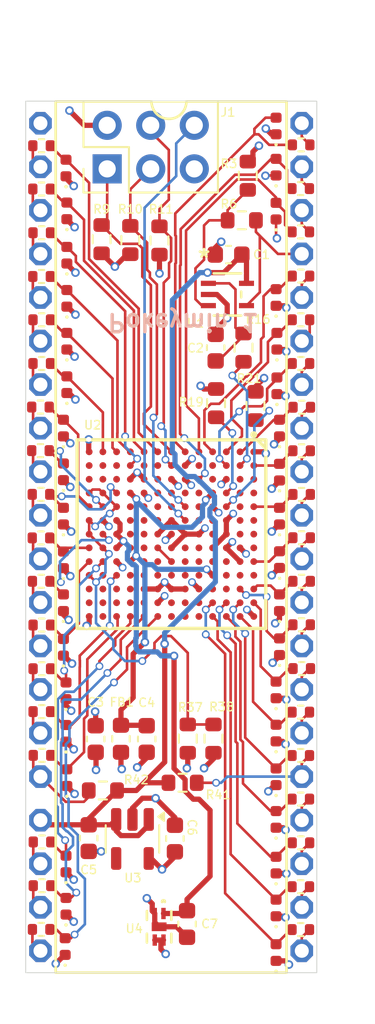
<source format=kicad_pcb>
(kicad_pcb
	(version 20241229)
	(generator "pcbnew")
	(generator_version "9.0")
	(general
		(thickness 1.6)
		(legacy_teardrops no)
	)
	(paper "A4")
	(layers
		(0 "F.Cu" signal)
		(4 "In1.Cu" signal)
		(6 "In2.Cu" signal)
		(2 "B.Cu" signal)
		(13 "F.Paste" user)
		(15 "B.Paste" user)
		(5 "F.SilkS" user "F.Silkscreen")
		(7 "B.SilkS" user "B.Silkscreen")
		(1 "F.Mask" user)
		(3 "B.Mask" user)
		(25 "Edge.Cuts" user)
		(27 "Margin" user)
		(31 "F.CrtYd" user "F.Courtyard")
		(29 "B.CrtYd" user "B.Courtyard")
		(35 "F.Fab" user)
		(33 "B.Fab" user)
	)
	(setup
		(stackup
			(layer "F.SilkS"
				(type "Top Silk Screen")
			)
			(layer "F.Paste"
				(type "Top Solder Paste")
			)
			(layer "F.Mask"
				(type "Top Solder Mask")
				(thickness 0.01)
			)
			(layer "F.Cu"
				(type "copper")
				(thickness 0.035)
			)
			(layer "dielectric 1"
				(type "prepreg")
				(thickness 0.1)
				(material "FR4")
				(epsilon_r 4.5)
				(loss_tangent 0.02)
			)
			(layer "In1.Cu"
				(type "copper")
				(thickness 0.035)
			)
			(layer "dielectric 2"
				(type "core")
				(thickness 1.24)
				(material "FR4")
				(epsilon_r 4.5)
				(loss_tangent 0.02)
			)
			(layer "In2.Cu"
				(type "copper")
				(thickness 0.035)
			)
			(layer "dielectric 3"
				(type "prepreg")
				(thickness 0.1)
				(material "FR4")
				(epsilon_r 4.5)
				(loss_tangent 0.02)
			)
			(layer "B.Cu"
				(type "copper")
				(thickness 0.035)
			)
			(layer "B.Mask"
				(type "Bottom Solder Mask")
				(thickness 0.01)
			)
			(layer "B.Paste"
				(type "Bottom Solder Paste")
			)
			(layer "B.SilkS"
				(type "Bottom Silk Screen")
			)
			(copper_finish "None")
			(dielectric_constraints no)
		)
		(pad_to_mask_clearance 0)
		(allow_soldermask_bridges_in_footprints no)
		(tenting front back)
		(pcbplotparams
			(layerselection 0x00000000_00000000_55555555_5755f5ff)
			(plot_on_all_layers_selection 0x00000000_00000000_00000000_00000000)
			(disableapertmacros no)
			(usegerberextensions no)
			(usegerberattributes yes)
			(usegerberadvancedattributes yes)
			(creategerberjobfile yes)
			(dashed_line_dash_ratio 12.000000)
			(dashed_line_gap_ratio 3.000000)
			(svgprecision 4)
			(plotframeref no)
			(mode 1)
			(useauxorigin no)
			(hpglpennumber 1)
			(hpglpenspeed 20)
			(hpglpendiameter 15.000000)
			(pdf_front_fp_property_popups yes)
			(pdf_back_fp_property_popups yes)
			(pdf_metadata yes)
			(pdf_single_document no)
			(dxfpolygonmode yes)
			(dxfimperialunits yes)
			(dxfusepcbnewfont yes)
			(psnegative no)
			(psa4output no)
			(plot_black_and_white yes)
			(sketchpadsonfab no)
			(plotpadnumbers no)
			(hidednponfab no)
			(sketchdnponfab yes)
			(crossoutdnponfab yes)
			(subtractmaskfromsilk yes)
			(outputformat 1)
			(mirror no)
			(drillshape 0)
			(scaleselection 1)
			(outputdirectory "")
		)
	)
	(net 0 "")
	(net 1 "Net-(U1-IN+)")
	(net 2 "Net-(U1-IN-)")
	(net 3 "Net-(U2-NSTATUS)")
	(net 4 "GND")
	(net 5 "/FPGA/TDI")
	(net 6 "+3.3V")
	(net 7 "/FPGA/TCK")
	(net 8 "/FPGA/TMS")
	(net 9 "Net-(J1-Pin_6)")
	(net 10 "/Audio output/AUD_INT_OUT")
	(net 11 "Net-(U2-CONF_DONE)")
	(net 12 "unconnected-(U2-BB$7-PadK5)")
	(net 13 "unconnected-(U2-T$12-PadA7)")
	(net 14 "unconnected-(U2-IO_UNUSED-PadE1)")
	(net 15 "+5V")
	(net 16 "+2V5")
	(net 17 "+3.3VA")
	(net 18 "unconnected-(U2-T$13-PadB7)")
	(net 19 "unconnected-(U2-B$23-PadM13)")
	(net 20 "/Audio output/AUDINT")
	(net 21 "/FPGA/PTHRES")
	(net 22 "unconnected-(U2-TB$4-PadC9)")
	(net 23 "unconnected-(U2-IO_UNUSED-PadE1)_1")
	(net 24 "unconnected-(U2-NC-PadD3)")
	(net 25 "unconnected-(U2-CLK1-PadH4)")
	(net 26 "unconnected-(U2-B$5-PadN3)")
	(net 27 "unconnected-(U2-BB$14-PadK11)")
	(net 28 "unconnected-(U2-BB$16-PadK12)")
	(net 29 "unconnected-(U2-B$3-PadN2)")
	(net 30 "unconnected-(U2-T$16-PadA10)")
	(net 31 "unconnected-(U2-IO_UNUSED-PadE1)_2")
	(net 32 "unconnected-(U2-BB$10-PadK7)")
	(net 33 "/FPGA/NC1")
	(net 34 "unconnected-(U2-NC-PadE2)")
	(net 35 "unconnected-(U2-TB$6-PadC10)")
	(net 36 "unconnected-(U2-TB$8-PadD11)")
	(net 37 "unconnected-(U2-IO_UNUSED-PadE1)_3")
	(net 38 "unconnected-(U2-IO_UNUSED-PadE1)_4")
	(net 39 "unconnected-(U2-T$5-PadB3)")
	(net 40 "unconnected-(U2-IO_UNUSED-PadE1)_5")
	(net 41 "unconnected-(U2-IO_UNUSED-PadE1)_6")
	(net 42 "unconnected-(U2-T$9-PadB5)")
	(net 43 "unconnected-(U2-CLK0-PadH6)")
	(net 44 "unconnected-(U2-BB$21-PadJ6)")
	(net 45 "unconnected-(U2-IO_UNUSED-PadE1)_7")
	(net 46 "unconnected-(U2-B$21-PadM12)")
	(net 47 "unconnected-(U2-BB$22-PadJ7)")
	(net 48 "unconnected-(U2-B$22-PadN12)")
	(net 49 "unconnected-(U2-JTAG_EN-PadE5)")
	(net 50 "unconnected-(U2-CLK4-PadF13)")
	(net 51 "unconnected-(U2-IO_UNUSED-PadE1)_8")
	(net 52 "unconnected-(U2-T$6-PadA4)")
	(net 53 "unconnected-(U2-IO_UNUSED-PadE1)_9")
	(net 54 "unconnected-(U2-BB$20-PadJ5)")
	(net 55 "unconnected-(U2-CRC_ERROR-PadD6)")
	(net 56 "unconnected-(U2-BB$12-PadK10)")
	(net 57 "unconnected-(U2-NC-PadD2)")
	(net 58 "/Level shifter/POKEY5.P2")
	(net 59 "/Level shifter/POKEY5.P3")
	(net 60 "/Level shifter/POKEY5.P4")
	(net 61 "/Level shifter/POKEY5.P5")
	(net 62 "/Level shifter/POKEY5.P6")
	(net 63 "/Level shifter/POKEY5.P7")
	(net 64 "/Level shifter/POKEY5.P29")
	(net 65 "/Level shifter/POKEY5.P30")
	(net 66 "/Level shifter/POKEY5.P31")
	(net 67 "/Level shifter/POKEY5.P38")
	(net 68 "/Level shifter/POKEY5.P28")
	(net 69 "/Level shifter/POKEY5.P39")
	(net 70 "/Level shifter/POKEY5.P40")
	(net 71 "/Level shifter/POKEY5.P36")
	(net 72 "/Level shifter/POKEY5.P32")
	(net 73 "/Level shifter/POKEY5.P33")
	(net 74 "/Level shifter/POKEY5.P34")
	(net 75 "/Level shifter/POKEY5.P35")
	(net 76 "/Level shifter/POKEY5.P18")
	(net 77 "/Level shifter/POKEY5.P25")
	(net 78 "/Level shifter/POKEY5.P20")
	(net 79 "/Level shifter/POKEY5.P26")
	(net 80 "/Level shifter/POKEY5.P27")
	(net 81 "/Level shifter/POKEY5.P24")
	(net 82 "/Level shifter/POKEY5.P16")
	(net 83 "/Level shifter/POKEY5.P23")
	(net 84 "/Level shifter/POKEY5.P19")
	(net 85 "/Level shifter/POKEY5.P8")
	(net 86 "/Level shifter/POKEY5.P9")
	(net 87 "/Level shifter/POKEY5.P10")
	(net 88 "/Level shifter/POKEY5.P11")
	(net 89 "/Level shifter/POKEY5.P13")
	(net 90 "/Level shifter/POKEY5.P14")
	(net 91 "/Level shifter/POKEY5.P15")
	(net 92 "/Level shifter/POKEY5.P12")
	(net 93 "/Level shifter/POKEY5.P22")
	(net 94 "/Level shifter/POKEY5.P21")
	(net 95 "/FPGA/POKEY3.P39")
	(net 96 "/FPGA/POKEY3.P8")
	(net 97 "/FPGA/POKEY3.P15")
	(net 98 "/FPGA/POKEY3.P23")
	(net 99 "/FPGA/POKEY3.P36")
	(net 100 "/FPGA/POKEY3.P11")
	(net 101 "/FPGA/POKEY3.P26")
	(net 102 "/FPGA/POKEY3.P35")
	(net 103 "/FPGA/POKEY3.P16")
	(net 104 "/FPGA/POKEY3.P6")
	(net 105 "/FPGA/POKEY3.P31")
	(net 106 "/FPGA/POKEY3.P34")
	(net 107 "/FPGA/POKEY3.P19")
	(net 108 "/FPGA/POKEY3.P12")
	(net 109 "/FPGA/POKEY3.P7")
	(net 110 "/FPGA/POKEY3.P3")
	(net 111 "/FPGA/POKEY3.P40")
	(net 112 "/FPGA/POKEY3.P29")
	(net 113 "/FPGA/POKEY3.P38")
	(net 114 "/FPGA/POKEY3.P33")
	(net 115 "/FPGA/POKEY3.P5")
	(net 116 "/FPGA/POKEY3.P2")
	(net 117 "/FPGA/POKEY3.P21")
	(net 118 "/FPGA/POKEY3.P25")
	(net 119 "/FPGA/POKEY3.P27")
	(net 120 "/FPGA/POKEY3.P18")
	(net 121 "/FPGA/POKEY3.P13")
	(net 122 "/FPGA/POKEY3.P10")
	(net 123 "/FPGA/POKEY3.P14")
	(net 124 "/FPGA/POKEY3.P24")
	(net 125 "/FPGA/POKEY3.P22")
	(net 126 "/FPGA/POKEY3.P30")
	(net 127 "/FPGA/POKEY3.P20")
	(net 128 "/FPGA/POKEY3.P28")
	(net 129 "/FPGA/POKEY3.P4")
	(net 130 "/FPGA/POKEY3.P32")
	(net 131 "/FPGA/POKEY3.P9")
	(net 132 "unconnected-(U2-BB$15-PadL11)")
	(net 133 "unconnected-(U2-T$7-PadB4)")
	(net 134 "unconnected-(U2-T$10-PadA6)")
	(net 135 "unconnected-(U2-IO_UNUSED-PadE1)_10")
	(net 136 "unconnected-(U2-BB$11-PadK8)")
	(net 137 "unconnected-(U2-IO_UNUSED-PadE1)_11")
	(net 138 "unconnected-(U2-T$14-PadA8)")
	(net 139 "unconnected-(U2-CONFIG_SEL-PadD7)")
	(net 140 "unconnected-(U2-T$4-PadA3)")
	(net 141 "unconnected-(U2-CLK3-PadE13)")
	(net 142 "unconnected-(U2-IO_UNUSED-PadE1)_12")
	(net 143 "unconnected-(U2-IO_UNUSED-PadE1)_13")
	(net 144 "unconnected-(U2-TB$5-PadD9)")
	(net 145 "unconnected-(U2-IO_UNUSED-PadE1)_14")
	(net 146 "unconnected-(U2-BB$24-PadG12)")
	(net 147 "unconnected-(U2-IO_UNUSED-PadE1)_15")
	(net 148 "unconnected-(U2-B$4-PadM3)")
	(net 149 "unconnected-(U2-IO_UNUSED-PadE1)_16")
	(net 150 "unconnected-(U2-BB$25-PadG13)")
	(net 151 "unconnected-(U2-B$20-PadN11)")
	(net 152 "unconnected-(U2-TB$7-PadC11)")
	(net 153 "unconnected-(U2-IO_UNUSED-PadE1)_17")
	(net 154 "unconnected-(U2-IO_UNUSED-PadE1)_18")
	(net 155 "unconnected-(U2-IO_UNUSED-PadE1)_19")
	(net 156 "Net-(U2-CLK2)")
	(net 157 "unconnected-(U2-B$2-PadM2)")
	(net 158 "unconnected-(U2-BB$17-PadL12)")
	(net 159 "unconnected-(U2-BB$5-PadL3)")
	(net 160 "unconnected-(U2-BB$27-PadJ12)")
	(net 161 "unconnected-(U2-T$11-PadB6)")
	(net 162 "unconnected-(U2-BB$4-PadL2)")
	(net 163 "unconnected-(U2-IO_UNUSED-PadE1)_20")
	(net 164 "unconnected-(U2-T$17-PadB10)")
	(net 165 "unconnected-(U2-BB$23-PadJ8)")
	(net 166 "unconnected-(U2-BB$9-PadK6)")
	(net 167 "unconnected-(U2-IO_UNUSED-PadE1)_21")
	(net 168 "unconnected-(U3-NC-Pad4)")
	(footprint "Resistor_SMD:R_0402_1005Metric" (layer "F.Cu") (at 19.85 66.4))
	(footprint "Resistor_SMD:R_0402_1005Metric" (layer "F.Cu") (at 19.835 35.95))
	(footprint "Resistor_SMD:R_0402_1005Metric" (layer "F.Cu") (at 19.825 30.875))
	(footprint "Capacitor_SMD:C_0603_1608Metric" (layer "F.Cu") (at 22.572 63.625 -90))
	(footprint "Capacitor_SMD:C_0603_1608Metric" (layer "F.Cu") (at 27.6 63.65 90))
	(footprint "Resistor_SMD:R_0402_1005Metric" (layer "F.Cu") (at 34.935 25.75 180))
	(footprint "Resistor_SMD:R_0402_1005Metric" (layer "F.Cu") (at 19.76 38.49))
	(footprint "Resistor_SMD:R_0603_1608Metric" (layer "F.Cu") (at 28.05 60.4 180))
	(footprint "Diode_SMD:D_0402_1005Metric" (layer "F.Cu") (at 33.5 65.2 90))
	(footprint "Diode_SMD:D_0402_1005Metric" (layer "F.Cu") (at 33.5 67.7 90))
	(footprint "Diode_SMD:D_0402_1005Metric" (layer "F.Cu") (at 33.5 22.1 90))
	(footprint "Diode_SMD:D_0402_1005Metric" (layer "F.Cu") (at 21.1 52.5 90))
	(footprint "Connector_PinHeader_2.54mm:PinHeader_2x03_P2.54mm_Vertical" (layer "F.Cu") (at 23.65 24.6 90))
	(footprint "Resistor_SMD:R_0402_1005Metric" (layer "F.Cu") (at 19.84 51.2))
	(footprint "Diode_SMD:D_0402_1005Metric" (layer "F.Cu") (at 33.7 44.85 90))
	(footprint "Resistor_SMD:R_0402_1005Metric" (layer "F.Cu") (at 19.84 56.25))
	(footprint "Resistor_SMD:R_0402_1005Metric" (layer "F.Cu") (at 35 53.74 180))
	(footprint "Diode_SMD:D_0402_1005Metric" (layer "F.Cu") (at 33.5 32.1 90))
	(footprint "Diode_SMD:D_0402_1005Metric" (layer "F.Cu") (at 21.2 69.95 90))
	(footprint "Resistor_SMD:R_0402_1005Metric" (layer "F.Cu") (at 19.825 25.775))
	(footprint "Diode_SMD:D_0402_1005Metric" (layer "F.Cu") (at 21.1 39.715 90))
	(footprint "Resistor_SMD:R_0402_1005Metric" (layer "F.Cu") (at 34.94 66.46 180))
	(footprint "Resistor_SMD:R_0402_1005Metric" (layer "F.Cu") (at 34.94 28.275 180))
	(footprint "Diode_SMD:D_0402_1005Metric" (layer "F.Cu") (at 21.1 47.4 90))
	(footprint "Resistor_SMD:R_0402_1005Metric" (layer "F.Cu") (at 19.8 68.95))
	(footprint "Diode_SMD:D_0402_1005Metric" (layer "F.Cu") (at 21.25 65.135 90))
	(footprint "Resistor_SMD:R_0603_1608Metric" (layer "F.Cu") (at 29.85 57.825 -90))
	(footprint "Diode_SMD:D_0402_1005Metric" (layer "F.Cu") (at 33.7 49.9 90))
	(footprint "Diode_SMD:D_0402_1005Metric" (layer "F.Cu") (at 21.25 55.035 90))
	(footprint "Resistor_SMD:R_0603_1608Metric" (layer "F.Cu") (at 31.601719 35.025 90))
	(footprint "Diode_SMD:D_0402_1005Metric" (layer "F.Cu") (at 21.3 29.635 90))
	(footprint "Resistor_SMD:R_0603_1608Metric" (layer "F.Cu") (at 23.4 60.85))
	(footprint "Diode_SMD:D_0402_1005Metric" (layer "F.Cu") (at 33.5 24.5 90))
	(footprint "Diode_SMD:D_0402_1005Metric" (layer "F.Cu") (at 21.3 37.185 90))
	(footprint "Resistor_SMD:R_0402_1005Metric" (layer "F.Cu") (at 34.96 23.2 180))
	(footprint "tsv851:SC70_LMV821AICT_STM" (layer "F.Cu") (at 30.66375 31.925001))
	(footprint "Diode_SMD:D_0402_1005Metric" (layer "F.Cu") (at 21.3 32.15 90))
	(footprint "Resistor_SMD:R_0402_1005Metric" (layer "F.Cu") (at 19.76 41.03))
	(footprint "Resistor_SMD:R_0402_1005Metric" (layer "F.Cu") (at 19.835 28.325))
	(footprint "Resistor_SMD:R_0402_1005Metric" (layer "F.Cu") (at 19.84 53.75))
	(footprint "Diode_SMD:D_0402_1005Metric" (layer "F.Cu") (at 33.5 54.985 90))
	(footprint "Resistor_SMD:R_0402_1005Metric"
		(layer "F.Cu")
		(uuid "4b37a68d-cc0b-4fe7-8cc1-4c80635d807e")
		(at 19.835 33.4)
		(descr "Resistor SMD 0402 (1005 Metric), square (rectangular) end terminal, IPC-7351 nominal, (Body size source: IPC-SM-782 page 72, https://www.pcb-3d.com/wordpress/wp-content/uploads/ipc-sm-782a_amendment_1_and_2.pdf), generated with kicad-footprint-generator")
		(tags "resistor")
		(property "Reference" "R14"
			(at 1.715 0 0)
			(layer "F.SilkS")
			(hide yes)
			(uuid "0493367b-f773-48c0-a6fe-788eadbf3f36")
			(effects
				(font
					(size 0.5 0.5)
					(thickness 0.08)
				)
			)
		)
		(property "Value" "220"
			(at 0 1.17 0)
			(layer "F.Fab")
			(uuid "57ef0704-7783-4dd8-afa0-66a62e828c3e")
			(effects
				(font
					(size 1 1)
					(thickness 0.15)
				)
			)
		)
		(property "Datasheet" ""
			(at 0 0 0)
			(layer "F.Fab")
			(hide yes)
			(uuid "e14a6b03-bca7-4ad8-b2f4-e93675c1c993")
			(effects
				(font
					(size 1.27 1.27)
					(thickness 0.15)
				)
			)
		)
		(property "Description" "Resistor"
			(at 0 0 0)
			(layer "F.Fab")
			(hide yes)
			(uuid "50be1233-d9e6-4559-9e4f-0e2e1565a854")
			(effects
				(font
					(size 1.27 1.27)
					(thickness 0.15)
				)
			)
		)
		(property ki_fp_filters "R_*")
		(path "/9960f3de-f40f-4029-80a8-5406de02e1f2/a6074812-244d-4a46-9885-93b0a2993927")
		(sheetname "/Level shifter/")
		(sheetfile "level_shifters.kicad_sch")
		(attr smd)
		(fp_line
			(start -0.153641 -0.38)
			(end 0.153641 -0.38)
			(stroke
				(width 0.12)
				(type solid)
			)
			(layer "F.SilkS")
			(uuid "bb06aed6-33b6-4b8d-8046-d27680601894")
		)
		(fp_line
			(start -0.153641 0.38)
			(end 0.153641 0.38)
			(stroke
				(width 0.12)
				(type solid)
			)
			(layer "F.SilkS")
			(uuid 
... [697853 chars truncated]
</source>
